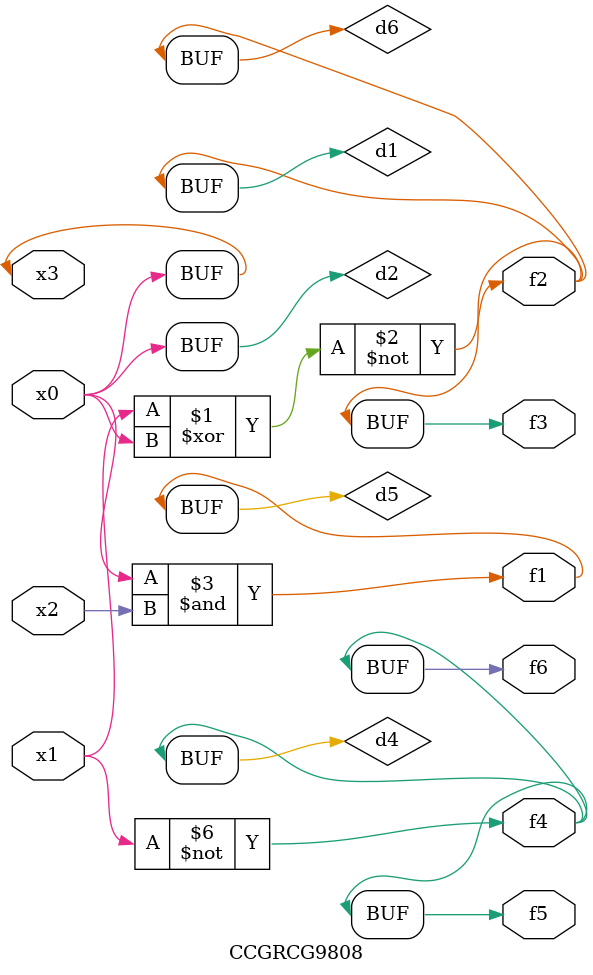
<source format=v>
module CCGRCG9808(
	input x0, x1, x2, x3,
	output f1, f2, f3, f4, f5, f6
);

	wire d1, d2, d3, d4, d5, d6;

	xnor (d1, x1, x3);
	buf (d2, x0, x3);
	nand (d3, x0, x2);
	not (d4, x1);
	nand (d5, d3);
	or (d6, d1);
	assign f1 = d5;
	assign f2 = d6;
	assign f3 = d6;
	assign f4 = d4;
	assign f5 = d4;
	assign f6 = d4;
endmodule

</source>
